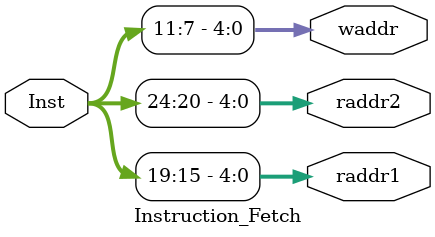
<source format=sv>


module Instruction_Fetch (
    input logic [31:0] Inst,
    output logic [4:0] raddr1,raddr2,waddr
);

always_comb begin
        raddr1 = Inst[19:15];
        raddr2 = Inst[24:20];
        waddr  = Inst[11:7];  
end
endmodule

</source>
